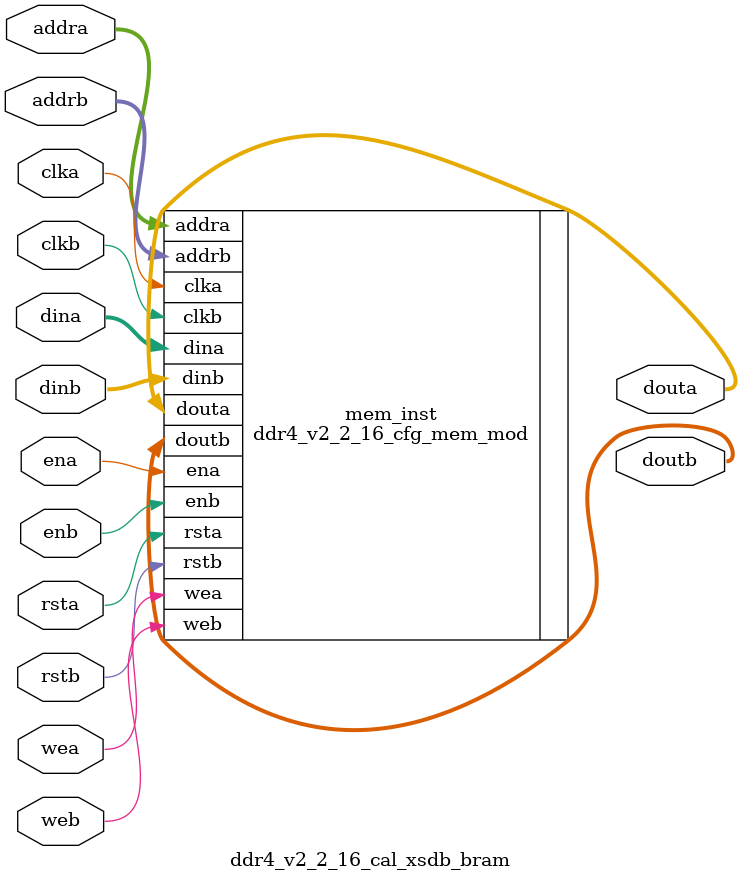
<source format=sv>
/******************************************************************************
// (c) Copyright 2013 - 2014 Xilinx, Inc. All rights reserved.
//
// This file contains confidential and proprietary information
// of Xilinx, Inc. and is protected under U.S. and
// international copyright and other intellectual property
// laws.
//
// DISCLAIMER
// This disclaimer is not a license and does not grant any
// rights to the materials distributed herewith. Except as
// otherwise provided in a valid license issued to you by
// Xilinx, and to the maximum extent permitted by applicable
// law: (1) THESE MATERIALS ARE MADE AVAILABLE "AS IS" AND
// WITH ALL FAULTS, AND XILINX HEREBY DISCLAIMS ALL WARRANTIES
// AND CONDITIONS, EXPRESS, IMPLIED, OR STATUTORY, INCLUDING
// BUT NOT LIMITED TO WARRANTIES OF MERCHANTABILITY, NON-
// INFRINGEMENT, OR FITNESS FOR ANY PARTICULAR PURPOSE; and
// (2) Xilinx shall not be liable (whether in contract or tort,
// including negligence, or under any other theory of
// liability) for any loss or damage of any kind or nature
// related to, arising under or in connection with these
// materials, including for any direct, or any indirect,
// special, incidental, or consequential loss or damage
// (including loss of data, profits, goodwill, or any type of
// loss or damage suffered as a result of any action brought
// by a third party) even if such damage or loss was
// reasonably foreseeable or Xilinx had been advised of the
// possibility of the same.
//
// CRITICAL APPLICATIONS
// Xilinx products are not designed or intended to be fail-
// safe, or for use in any application requiring fail-safe
// performance, such as life-support or safety devices or
// systems, Class III medical devices, nuclear facilities,
// applications related to the deployment of airbags, or any
// other applications that could lead to death, personal
// injury, or severe property or environmental damage
// (individually and collectively, "Critical
// Applications"). Customer assumes the sole risk and
// liability of any use of Xilinx products in Critical
// Applications, subject only to applicable laws and
// regulations governing limitations on product liability.
//
// THIS COPYRIGHT NOTICE AND DISCLAIMER MUST BE RETAINED AS
// PART OF THIS FILE AT ALL TIMES.
******************************************************************************/
//   ____  ____
//  /   /\/   /
// /___/  \  /    Vendor             : Xilinx
// \   \   \/     Version            : 2.0
//  \   \         Application        : MIG
//  /   /         Filename           : ddr4_v2_2_16_cal_xsdb_bram.sv
// /___/   /\     Date Last Modified : $Date: 2015/04/23 $
// \   \  /  \    Date Created       : Tue May 13 2014
//  \___\/\___\
//
// Device           : UltraScale
// Design Name      : DDR4 SDRAM & DDR3 SDRAM
// Purpose          :
//                   ddr4_v2_2_16_cal_xsdb_bram module
// Reference        :
// Revision History :
//*****************************************************************************
`timescale 1ns / 1ps

(* bram_map="yes" *)

module ddr4_v2_2_16_cal_xsdb_bram
    #(	
    
		parameter       	  MEM                        	  =  "DDR4"
		,parameter       	  DBYTES                     	  =  8 //4
		,parameter            START_ADDRESS                   =  18
		,parameter  		  SPREAD_SHEET_VERSION            =  2
		,parameter            RTL_VERSION                     =  0
		,parameter            MEM_CODE                        =  0
		,parameter  		  MEMORY_TYPE                     =  (MEM == "DDR4") ? 2 : 1
		,parameter            MEMORY_CONFIGURATION            =  1
		,parameter            MEMORY_VOLTAGE                  =  1
        ,parameter            CLKFBOUT_MULT_PLL               =  4
        ,parameter            DIVCLK_DIVIDE_PLL               =  1
        ,parameter            CLKOUT0_DIVIDE_PLL              =  1
        ,parameter            CLKFBOUT_MULT_MMCM              =  4
        ,parameter            DIVCLK_DIVIDE_MMCM              =  1
        ,parameter            CLKOUT0_DIVIDE_MMCM             =  4
		,parameter  		  DQBITS	                      =  64
		,parameter			  NIBBLE                          =  DQBITS/4
		,parameter  		  BITS_PER_BYTE                   =  8 //DQBITS/DBYTES
		,parameter  		  SLOTS                   =  1
		,parameter  		  ABITS                           =  10
		,parameter  		  BABITS                          =  2
		,parameter       	  BGBITS              	          =  2
		,parameter       	  CKEBITS                  		  =  4
		,parameter       	  CSBITS             	          =  4
		,parameter       	  ODTBITS                    	  =  4
		,parameter       	  DRAM_WIDTH                 	  =  8      // # of DQ per DQS
		,parameter       	  RANKS                      	  =  4 // 1      //1, 2, 3, or 4
		,parameter            S_HEIGHT                        =  1
		,parameter       	  nCK_PER_CLK                	  =  1      // # of memory CKs per fabric CLK
        ,parameter            tCK                             =  2000		
		,parameter       	  DM_DBI_SETTING             	  =  7     //// 3bits requried all 7
		,parameter            BISC_EN                         =  0
		,parameter       	  USE_CS_PORT             	      =  1     //// 1 bit
		,parameter            EXTRA_CMD_DELAY                 =  0     //// 1 bit
		,parameter            REG_CTRL_ON                     =  0     // RDIMM register control
		,parameter            CA_MIRROR                       =  0     //// 1 bit
		,parameter       	  DQS_GATE                   	  =  7
		,parameter       	  WRLVL                      	  =  7
		,parameter       	  RDLVL                      	  =  7
		,parameter       	  RDLVL_DBI                       =  7
		,parameter       	  WR_DQS_DQ                  	  =  7
		,parameter       	  WR_DQS_DM_DBI                   =  7
		,parameter            WRITE_LAT                       =  7
		,parameter       	  RDLVL_COMPLEX                   =  3     ///2 bits required all 3
		,parameter       	  WR_DQS_COMPLEX                  =  3     ///2 bits required all 3
		,parameter       	  DQS_TRACKING               	  =  3
		,parameter       	  RD_VREF                    	  =  3
		,parameter       	  RD_VREF_PATTERN                 =  3
		,parameter       	  WR_VREF                    	  =  3
		,parameter       	  WR_VREF_PATTERN                 =  3
		,parameter       	  DQS_SAMPLE_CNT             	  =  127
		,parameter       	  WRLVL_SAMPLE_CNT           	  =  255
		,parameter       	  RDLVL_SAMPLE_CNT           	  =  127
		,parameter       	  COMPLEX_LOOP_CNT           	  =  255
		,parameter       	  IODELAY_QTR_CK_TAP_CNT     	  =  255
		,parameter       	  DEBUG_MESSAGES     	          =  0
		,parameter         	  MR0                     		  =  13'b0000000110000
		,parameter         	  MR1                     		  =  13'b0000100000001 //RTT_NOM=RZQ/4 (60 Ohm)
		,parameter         	  MR2                     		  =  13'b0000000011000
		,parameter         	  MR3                     		  =  13'b0000000000000
		,parameter         	  MR4                     		  =  13'b0000000000000
		,parameter         	  MR5                     		  =  13'b0010000000000
		,parameter         	  MR6                     		  =  13'b0100000000000
		,parameter            ODTWR                           = 16'h0000
		,parameter            ODTRD                           = 16'h0000
		,parameter            SLOT0_CONFIG                    = 0     // all 9 bits
		,parameter            SLOT1_CONFIG                    = 0     // all 9 bits
		,parameter            SLOT0_FUNC_CS                   = 0     // all 9 bits
		,parameter            SLOT1_FUNC_CS                   = 0     // all 9 bits
		,parameter            SLOT0_ODD_CS                    = 0     // all 9 bits
		,parameter            SLOT1_ODD_CS                    = 0     // all 9 bits
		,parameter            DDR4_REG_RC03                   = 0     // all 9 bits
		,parameter            DDR4_REG_RC04                   = 0     // all 9 bits
		,parameter            DDR4_REG_RC05                   = 0     // all 9 bits
		,parameter            DDR4_REG_RC3X                   = 0     // all 9 bits
		
		,parameter         	  MR0_0                   		  =  MR0[8:0]
		,parameter         	  MR0_1                   		  =  {5'b0,MR0[12:9]}
		,parameter         	  MR1_0                   		  =  MR1[8:0]
		,parameter         	  MR1_1                   		  =  {5'b0,MR1[12:9]}
		,parameter         	  MR2_0                   	 	  =  MR2[8:0]
		,parameter         	  MR2_1                   		  =  {5'b0,MR2[12:9]}
		,parameter         	  MR3_0                   		  =  MR3[8:0]
		,parameter         	  MR3_1                   		  =  {5'b0,MR3[12:9]}
		,parameter         	  MR4_0                   		  =  MR4[8:0]
		,parameter         	  MR4_1                   		  =  {5'b0,MR4[12:9]}
		,parameter         	  MR5_0                   		  =  MR5[8:0]
		,parameter         	  MR5_1                   		  =  {5'b0,MR5[12:9]}
		,parameter         	  MR6_0                   		  =  MR6[8:0]
		,parameter         	  MR6_1                   		  =  {5'b0,MR6[12:9]}
  
       ,parameter NUM_BRAMS    = 1
	   ,parameter SIZE         = 36 * 1024 * NUM_BRAMS
    // Specify INITs as 9 bit blocks (256 locations per blockRAM)
       ,parameter ADDR_WIDTH   = 16
	   ,parameter DATA_WIDTH   = 9
       ,parameter PIPELINE_REG = 1 
    )
  (
	
		clka,
		clkb,
		ena,
		enb,
		addra,
		addrb,
		dina,
		dinb,
		douta,
		doutb,
		wea,
		web,
		rsta,
		rstb
);
input clka;
input clkb;
input ena;
input enb;
input [ADDR_WIDTH-1:0]addra;
input [ADDR_WIDTH-1:0]addrb;
input [DATA_WIDTH-1:0]dina;
input [DATA_WIDTH-1:0]dinb;
input wea;
input web;
input rsta;
input rstb;
output reg [DATA_WIDTH-1:0]douta;
output reg [DATA_WIDTH-1:0]doutb;


// Initial values to the BlockRam 0
localparam [8:0] mem0_init_0 = {4'b0,START_ADDRESS[4:0]};
localparam [8:0] mem0_init_1 = 9'b0;
localparam [8:0] mem0_init_2 = 9'b0;
localparam [8:0] mem0_init_3 = {5'b0,SPREAD_SHEET_VERSION[3:0]};
localparam [8:0] mem0_init_4 = {6'b0,MEMORY_TYPE[2:0]};
localparam [8:0] mem0_init_5 = RANKS;
localparam [8:0] mem0_init_6 = DBYTES[8:0]; // MAN - repeats DBYTES parameter (may hardwire to BYTES for initial SW compatability)
localparam [8:0] mem0_init_7 = NIBBLE[8:0];
localparam [8:0] mem0_init_8 = BITS_PER_BYTE[8:0];
localparam [8:0] mem0_init_9 = 9'b1;
localparam [8:0] mem0_init_10 = 9'b1;
localparam [8:0] mem0_init_11 = 9'b1;
localparam [8:0] mem0_init_12 = SLOTS;
localparam [8:0] mem0_init_13 = 9'b0;
localparam [8:0] mem0_init_14 = 9'b0;
localparam [8:0] mem0_init_15 = 9'b0;
localparam [8:0] mem0_init_16 = 9'b0;
localparam [8:0] mem0_init_17 = 9'b0;
localparam [8:0] mem0_init_18 = RTL_VERSION[8:0];
localparam [8:0] mem0_init_19 = 9'b0;
localparam [8:0] mem0_init_20 = NUM_BRAMS[8:0];
localparam [8:0] mem0_init_21 = {BGBITS[1:0],BABITS[1:0],ABITS[4:0]};
localparam [8:0] mem0_init_22 = {ODTBITS[2:0],CSBITS[2:0],CKEBITS[2:0]};
localparam [8:0] mem0_init_23 = DBYTES[8:0];
localparam [8:0] mem0_init_24 = DRAM_WIDTH[8:0];
localparam [8:0] mem0_init_25 = {CA_MIRROR[0],REG_CTRL_ON[0],EXTRA_CMD_DELAY[0],USE_CS_PORT[0],BISC_EN[0],DM_DBI_SETTING[2:0],nCK_PER_CLK[0]};
localparam [8:0] mem0_init_26 = {RDLVL[2:0],WRLVL[2:0],DQS_GATE[2:0]};
localparam [8:0] mem0_init_27 = {WR_DQS_DM_DBI[2:0],WR_DQS_DQ[2:0],RDLVL_DBI[2:0]};
localparam [8:0] mem0_init_28 = {WR_DQS_COMPLEX[2:0],RDLVL_COMPLEX[2:0],WRITE_LAT[2:0]};
localparam [8:0] mem0_init_29 = {DEBUG_MESSAGES[0],RD_VREF_PATTERN[1:0],WR_VREF_PATTERN[1:0],RD_VREF[1:0],WR_VREF[1:0]};
localparam [8:0] mem0_init_30 = {7'b0,DQS_TRACKING[1:0]};
localparam [8:0] mem0_init_31 = DQS_SAMPLE_CNT[8:0];
localparam [8:0] mem0_init_32 = WRLVL_SAMPLE_CNT[8:0];
localparam [8:0] mem0_init_33 = RDLVL_SAMPLE_CNT[8:0];
localparam [8:0] mem0_init_34 = COMPLEX_LOOP_CNT[8:0];
localparam [8:0] mem0_init_35 = IODELAY_QTR_CK_TAP_CNT[8:0];
localparam [8:0] mem0_init_36 = {5'b0,S_HEIGHT[3:0]};
localparam [8:0] mem0_init_37 = 9'b0;
localparam [8:0] mem0_init_38 = 9'b0;
localparam [8:0] mem0_init_39 = 9'b0;
localparam [8:0] mem0_init_40 = {1'b0, ODTWR[7:0]};
localparam [8:0] mem0_init_41 = {1'b0, ODTWR[15:8]};
localparam [8:0] mem0_init_42 = {1'b0, ODTRD[7:0]};
localparam [8:0] mem0_init_43 = {1'b0, ODTRD[15:8]};
localparam [8:0] mem0_init_44 = SLOT0_CONFIG;
localparam [8:0] mem0_init_45 = SLOT1_CONFIG;
localparam [8:0] mem0_init_46 = SLOT0_FUNC_CS;
localparam [8:0] mem0_init_47 = SLOT1_FUNC_CS;
localparam [8:0] mem0_init_48 = SLOT0_ODD_CS;
localparam [8:0] mem0_init_49 = SLOT1_ODD_CS;
localparam [8:0] mem0_init_50 = DDR4_REG_RC03;
localparam [8:0] mem0_init_51 = DDR4_REG_RC04;
localparam [8:0] mem0_init_52 = DDR4_REG_RC05;
localparam [8:0] mem0_init_53 = DDR4_REG_RC3X;
localparam [8:0] mem0_init_54 = MR0_0[8:0];
localparam [8:0] mem0_init_55 = MR0_1[8:0];
localparam [8:0] mem0_init_56 = MR1_0[8:0];
localparam [8:0] mem0_init_57 = MR1_1[8:0];
localparam [8:0] mem0_init_58 = MR2_0[8:0];
localparam [8:0] mem0_init_59 = MR2_1[8:0];
localparam [8:0] mem0_init_60 = MR3_0[8:0];
localparam [8:0] mem0_init_61 = MR3_1[8:0];
localparam [8:0] mem0_init_62 = MR4_0[8:0];
localparam [8:0] mem0_init_63 = MR4_1[8:0];
localparam [8:0] mem0_init_64 = MR5_0[8:0];
localparam [8:0] mem0_init_65 = MR5_1[8:0];
localparam [8:0] mem0_init_66 = MR6_0[8:0];
localparam [8:0] mem0_init_67 = MR6_1[8:0];
localparam [8:0] mem0_init_68 = 9'b0;
localparam [8:0] mem0_init_69 = tCK[8:0];
localparam [8:0] mem0_init_70 = tCK[16:9];
localparam [8:0] mem0_init_71 = MEMORY_CONFIGURATION[8:0];
localparam [8:0] mem0_init_72 = MEMORY_VOLTAGE[8:0];
localparam [8:0] mem0_init_73 = CLKFBOUT_MULT_PLL[8:0];
localparam [8:0] mem0_init_74 = DIVCLK_DIVIDE_PLL[8:0];
localparam [8:0] mem0_init_75 = CLKFBOUT_MULT_MMCM[8:0];
localparam [8:0] mem0_init_76 = DIVCLK_DIVIDE_MMCM[8:0];
localparam [8:0] mem0_init_77 = 9'b0;
localparam [8:0] mem0_init_78 = 9'b0;
localparam [8:0] mem0_init_79 = 9'b0;
localparam [8:0] mem0_init_80 = 9'b0;
localparam [8:0] mem0_init_81 = 9'b0;
localparam [8:0] mem0_init_82 = 9'b0;
localparam [8:0] mem0_init_83 = 9'b0;
localparam [8:0] mem0_init_84 = 9'b0;
localparam [8:0] mem0_init_85 = 9'b0;
localparam [8:0] mem0_init_86 = 9'b0;
localparam [8:0] mem0_init_87 = 9'b0;
localparam [8:0] mem0_init_88 = 9'b0;
localparam [8:0] mem0_init_89 = 9'b0;
localparam [8:0] mem0_init_90 = 9'b0;
localparam [8:0] mem0_init_91 = 9'b0;
localparam [8:0] mem0_init_92 = 9'b0;
localparam [8:0] mem0_init_93 = 9'b0;
localparam [8:0] mem0_init_94 = 9'b0;
localparam [8:0] mem0_init_95 = 9'b0;
localparam [8:0] mem0_init_96 = 9'b0;
localparam [8:0] mem0_init_97 = 9'b0;
localparam [8:0] mem0_init_98 = 9'b0;
localparam [8:0] mem0_init_99 = 9'b0;
localparam [8:0] mem0_init_100 = 9'b0;
localparam [8:0] mem0_init_101 = 9'b0;
localparam [8:0] mem0_init_102 = 9'b0;
localparam [8:0] mem0_init_103 = 9'b0;
localparam [8:0] mem0_init_104 = 9'b0;
localparam [8:0] mem0_init_105 = 9'b0;
localparam [8:0] mem0_init_106 = 9'b0;
localparam [8:0] mem0_init_107 = 9'b0;
localparam [8:0] mem0_init_108 = 9'b0;
localparam [8:0] mem0_init_109 = 9'b0;
localparam [8:0] mem0_init_110 = 9'b0;
localparam [8:0] mem0_init_111 = 9'b0;
localparam [8:0] mem0_init_112 = 9'b0;
localparam [8:0] mem0_init_113 = 9'b0;
localparam [8:0] mem0_init_114 = 9'b0;
localparam [8:0] mem0_init_115 = 9'b0;
localparam [8:0] mem0_init_116 = 9'b0;
localparam [8:0] mem0_init_117 = 9'b0;
localparam [8:0] mem0_init_118 = 9'b0;
localparam [8:0] mem0_init_119 = 9'b0;
localparam [8:0] mem0_init_120 = 9'b0;
localparam [8:0] mem0_init_121 = 9'b0;
localparam [8:0] mem0_init_122 = 9'b0;
localparam [8:0] mem0_init_123 = 9'b0;
localparam [8:0] mem0_init_124 = 9'b0;
localparam [8:0] mem0_init_125 = 9'b0;
localparam [8:0] mem0_init_126 = 9'b0;
localparam [8:0] mem0_init_127 = 9'b0;
localparam [8:0] mem0_init_128 = 9'b0;
localparam [8:0] mem0_init_129 = 9'b0;
localparam [8:0] mem0_init_130 = 9'b0;
localparam [8:0] mem0_init_131 = 9'b0;
localparam [8:0] mem0_init_132 = 9'b0;
localparam [8:0] mem0_init_133 = 9'b0;
localparam [8:0] mem0_init_134 = 9'b0;
localparam [8:0] mem0_init_135 = 9'b0;
localparam [8:0] mem0_init_136 = 9'b0;
localparam [8:0] mem0_init_137 = 9'b0;
localparam [8:0] mem0_init_138 = 9'b0;
localparam [8:0] mem0_init_139 = 9'b0;
localparam [8:0] mem0_init_140 = 9'b0;
localparam [8:0] mem0_init_141 = 9'b0;
localparam [8:0] mem0_init_142 = 9'b0;
localparam [8:0] mem0_init_143 = 9'b0;
localparam [8:0] mem0_init_144 = 9'b0;
localparam [8:0] mem0_init_145 = 9'b0;
localparam [8:0] mem0_init_146 = 9'b0;
localparam [8:0] mem0_init_147 = 9'b0;
localparam [8:0] mem0_init_148 = 9'b0;
localparam [8:0] mem0_init_149 = 9'b0;
localparam [8:0] mem0_init_150 = 9'b0;
localparam [8:0] mem0_init_151 = 9'b0;
localparam [8:0] mem0_init_152 = 9'b0;
localparam [8:0] mem0_init_153 = 9'b0;
localparam [8:0] mem0_init_154 = 9'b0;
localparam [8:0] mem0_init_155 = 9'b0;
localparam [8:0] mem0_init_156 = 9'b0;
localparam [8:0] mem0_init_157 = 9'b0;
localparam [8:0] mem0_init_158 = 9'b0;
localparam [8:0] mem0_init_159 = 9'b0;
localparam [8:0] mem0_init_160 = 9'b0;
localparam [8:0] mem0_init_161 = 9'b0;
localparam [8:0] mem0_init_162 = 9'b0;
localparam [8:0] mem0_init_163 = 9'b0;
localparam [8:0] mem0_init_164 = 9'b0;
localparam [8:0] mem0_init_165 = 9'b0;
localparam [8:0] mem0_init_166 = 9'b0;
localparam [8:0] mem0_init_167 = 9'b0;
localparam [8:0] mem0_init_168 = 9'b0;
localparam [8:0] mem0_init_169 = 9'b0;
localparam [8:0] mem0_init_170 = 9'b0;
localparam [8:0] mem0_init_171 = 9'b0;
localparam [8:0] mem0_init_172 = 9'b0;
localparam [8:0] mem0_init_173 = 9'b0;
localparam [8:0] mem0_init_174 = 9'b0;
localparam [8:0] mem0_init_175 = 9'b0;
localparam [8:0] mem0_init_176 = 9'b0;
localparam [8:0] mem0_init_177 = 9'b0;
localparam [8:0] mem0_init_178 = 9'b0;
localparam [8:0] mem0_init_179 = 9'b0;
localparam [8:0] mem0_init_180 = 9'b0;
localparam [8:0] mem0_init_181 = 9'b0;
localparam [8:0] mem0_init_182 = 9'b0;
localparam [8:0] mem0_init_183 = 9'b0;
localparam [8:0] mem0_init_184 = 9'b0;
localparam [8:0] mem0_init_185 = 9'b0;
localparam [8:0] mem0_init_186 = 9'b0;
localparam [8:0] mem0_init_187 = 9'b0;
localparam [8:0] mem0_init_188 = 9'b0;
localparam [8:0] mem0_init_189 = 9'b0;
localparam [8:0] mem0_init_190 = 9'b0;
localparam [8:0] mem0_init_191 = 9'b0;
localparam [8:0] mem0_init_192 = 9'b0;
localparam [8:0] mem0_init_193 = 9'b0;
localparam [8:0] mem0_init_194 = 9'b0;
localparam [8:0] mem0_init_195 = 9'b0;
localparam [8:0] mem0_init_196 = 9'b0;
localparam [8:0] mem0_init_197 = 9'b0;
localparam [8:0] mem0_init_198 = 9'b0;
localparam [8:0] mem0_init_199 = 9'b0;
localparam [8:0] mem0_init_200 = 9'b0;
localparam [8:0] mem0_init_201 = 9'b0;
localparam [8:0] mem0_init_202 = 9'b0;
localparam [8:0] mem0_init_203 = 9'b0;
localparam [8:0] mem0_init_204 = 9'b0;
localparam [8:0] mem0_init_205 = 9'b0;
localparam [8:0] mem0_init_206 = 9'b0;
localparam [8:0] mem0_init_207 = 9'b0;
localparam [8:0] mem0_init_208 = 9'b0;
localparam [8:0] mem0_init_209 = 9'b0;
localparam [8:0] mem0_init_210 = 9'b0;
localparam [8:0] mem0_init_211 = 9'b0;
localparam [8:0] mem0_init_212 = 9'b0;
localparam [8:0] mem0_init_213 = 9'b0;
localparam [8:0] mem0_init_214 = 9'b0;
localparam [8:0] mem0_init_215 = 9'b0;
localparam [8:0] mem0_init_216 = 9'b0;
localparam [8:0] mem0_init_217 = 9'b0;
localparam [8:0] mem0_init_218 = 9'b0;
localparam [8:0] mem0_init_219 = 9'b0;
localparam [8:0] mem0_init_220 = 9'b0;
localparam [8:0] mem0_init_221 = 9'b0;
localparam [8:0] mem0_init_222 = 9'b0;
localparam [8:0] mem0_init_223 = 9'b0;
localparam [8:0] mem0_init_224 = 9'b0;
localparam [8:0] mem0_init_225 = 9'b0;
localparam [8:0] mem0_init_226 = 9'b0;
localparam [8:0] mem0_init_227 = 9'b0;
localparam [8:0] mem0_init_228 = 9'b0;
localparam [8:0] mem0_init_229 = 9'b0;
localparam [8:0] mem0_init_230 = 9'b0;
localparam [8:0] mem0_init_231 = 9'b0;
localparam [8:0] mem0_init_232 = 9'b0;
localparam [8:0] mem0_init_233 = 9'b0;
localparam [8:0] mem0_init_234 = 9'b0;
localparam [8:0] mem0_init_235 = 9'b0;
localparam [8:0] mem0_init_236 = 9'b0;
localparam [8:0] mem0_init_237 = 9'b0;
localparam [8:0] mem0_init_238 = 9'b0;
localparam [8:0] mem0_init_239 = 9'b0;
localparam [8:0] mem0_init_240 = 9'b0;
localparam [8:0] mem0_init_241 = 9'b0;
localparam [8:0] mem0_init_242 = 9'b0;
localparam [8:0] mem0_init_243 = 9'b0;
localparam [8:0] mem0_init_244 = 9'b0;
localparam [8:0] mem0_init_245 = 9'b0;
localparam [8:0] mem0_init_246 = 9'b0;
localparam [8:0] mem0_init_247 = 9'b0;
localparam [8:0] mem0_init_248 = 9'b0;
localparam [8:0] mem0_init_249 = 9'b0;
localparam [8:0] mem0_init_250 = 9'b0;
localparam [8:0] mem0_init_251 = 9'b0;
localparam [8:0] mem0_init_252 = 9'b0;
localparam [8:0] mem0_init_253 = 9'b0;
localparam [8:0] mem0_init_254 = 9'b0;
localparam [8:0] mem0_init_255 = 9'b0;

localparam [256*9-1:0] INIT_BRAM0 = {mem0_init_255,mem0_init_254,mem0_init_253,mem0_init_252,mem0_init_251,mem0_init_250,mem0_init_249,mem0_init_248,mem0_init_247,mem0_init_246,mem0_init_245,mem0_init_244,mem0_init_243,mem0_init_242,mem0_init_241,mem0_init_240,mem0_init_239,mem0_init_238,mem0_init_237,mem0_init_236,mem0_init_235,mem0_init_234,mem0_init_233,mem0_init_232,mem0_init_231,mem0_init_230,mem0_init_229,mem0_init_228,mem0_init_227,mem0_init_226,mem0_init_225,mem0_init_224,mem0_init_223,mem0_init_222,mem0_init_221,mem0_init_220,mem0_init_219,mem0_init_218,mem0_init_217,mem0_init_216,mem0_init_215,mem0_init_214,mem0_init_213,mem0_init_212,mem0_init_211,mem0_init_210,mem0_init_209,mem0_init_208,mem0_init_207,mem0_init_206,mem0_init_205,mem0_init_204,mem0_init_203,mem0_init_202,mem0_init_201,mem0_init_200,mem0_init_199,mem0_init_198,mem0_init_197,mem0_init_196,mem0_init_195,mem0_init_194,mem0_init_193,mem0_init_192,mem0_init_191,mem0_init_190,mem0_init_189,mem0_init_188,mem0_init_187,mem0_init_186,mem0_init_185,mem0_init_184,mem0_init_183,mem0_init_182,mem0_init_181,mem0_init_180,mem0_init_179,mem0_init_178,mem0_init_177,mem0_init_176,mem0_init_175,mem0_init_174,mem0_init_173,mem0_init_172,mem0_init_171,mem0_init_170,mem0_init_169,mem0_init_168,mem0_init_167,mem0_init_166,mem0_init_165,mem0_init_164,mem0_init_163,mem0_init_162,mem0_init_161,mem0_init_160,mem0_init_159,mem0_init_158,mem0_init_157,mem0_init_156,mem0_init_155,mem0_init_154,mem0_init_153,mem0_init_152,mem0_init_151,mem0_init_150,mem0_init_149,mem0_init_148,mem0_init_147,mem0_init_146,mem0_init_145,mem0_init_144,mem0_init_143,mem0_init_142,mem0_init_141,mem0_init_140,mem0_init_139,mem0_init_138,mem0_init_137,mem0_init_136,mem0_init_135,mem0_init_134,mem0_init_133,mem0_init_132,mem0_init_131,mem0_init_130,mem0_init_129,mem0_init_128,mem0_init_127,mem0_init_126,mem0_init_125,mem0_init_124,mem0_init_123,mem0_init_122,mem0_init_121,mem0_init_120,mem0_init_119,mem0_init_118,mem0_init_117,mem0_init_116,mem0_init_115,mem0_init_114,mem0_init_113,mem0_init_112,mem0_init_111,mem0_init_110,mem0_init_109,mem0_init_108,mem0_init_107,mem0_init_106,mem0_init_105,mem0_init_104,mem0_init_103,mem0_init_102,mem0_init_101,mem0_init_100,mem0_init_99,mem0_init_98,mem0_init_97,mem0_init_96,mem0_init_95,mem0_init_94,mem0_init_93,mem0_init_92,mem0_init_91,mem0_init_90,mem0_init_89,mem0_init_88,mem0_init_87,mem0_init_86,mem0_init_85,mem0_init_84,mem0_init_83,mem0_init_82,mem0_init_81,mem0_init_80,mem0_init_79,mem0_init_78,mem0_init_77,mem0_init_76,mem0_init_75,mem0_init_74,mem0_init_73,mem0_init_72,mem0_init_71,mem0_init_70,mem0_init_69,mem0_init_68,mem0_init_67,mem0_init_66,mem0_init_65,mem0_init_64,mem0_init_63,mem0_init_62,mem0_init_61,mem0_init_60,mem0_init_59,mem0_init_58,mem0_init_57,mem0_init_56,mem0_init_55,mem0_init_54,mem0_init_53,mem0_init_52,mem0_init_51,mem0_init_50,mem0_init_49,mem0_init_48,mem0_init_47,mem0_init_46,mem0_init_45,mem0_init_44,mem0_init_43,mem0_init_42,mem0_init_41,mem0_init_40,mem0_init_39,mem0_init_38,mem0_init_37,mem0_init_36,mem0_init_35,mem0_init_34,mem0_init_33,mem0_init_32,mem0_init_31,mem0_init_30,mem0_init_29,mem0_init_28,mem0_init_27,mem0_init_26,mem0_init_25,mem0_init_24,mem0_init_23,mem0_init_22,mem0_init_21,mem0_init_20,mem0_init_19,mem0_init_18,mem0_init_17,mem0_init_16,mem0_init_15,mem0_init_14,mem0_init_13,mem0_init_12,mem0_init_11,mem0_init_10,mem0_init_9,mem0_init_8,mem0_init_7,mem0_init_6,mem0_init_5,mem0_init_4,mem0_init_3,mem0_init_2,mem0_init_1,mem0_init_0};

// Populate INIT's for rest of BlockRAMs if required
localparam [256*9*NUM_BRAMS-1:0] INIT = ( NUM_BRAMS == 1 ) ? INIT_BRAM0 : ( NUM_BRAMS == 2 ) ? {2304'b0 ,INIT_BRAM0} : {{2{2304'b0}} ,INIT_BRAM0};

ddr4_v2_2_16_cfg_mem_mod # (
               .SIZE(SIZE),
               .INIT(INIT),
               .ADDR_WIDTH(ADDR_WIDTH),
               .DATA_WIDTH(9),
               .PIPELINE_REG(PIPELINE_REG)
              )
     mem_inst (
                .clka(clka),
                .clkb(clkb),
                .ena(ena),
                .enb(enb),
                .addra(addra),
                .addrb(addrb),
                .dina(dina),
                .dinb(dinb),
                .wea(wea),
                .web(web),
                .rsta(rsta),
                .rstb(rstb),
                .douta(douta),
                .doutb(doutb)
               );

endmodule


</source>
